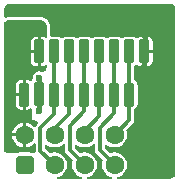
<source format=gtl>
G04 Layer_Physical_Order=1*
G04 Layer_Color=255*
%FSLAX44Y44*%
%MOMM*%
G71*
G01*
G75*
G04:AMPARAMS|DCode=10|XSize=0.9mm|YSize=2mm|CornerRadius=0.225mm|HoleSize=0mm|Usage=FLASHONLY|Rotation=0.000|XOffset=0mm|YOffset=0mm|HoleType=Round|Shape=RoundedRectangle|*
%AMROUNDEDRECTD10*
21,1,0.9000,1.5500,0,0,0.0*
21,1,0.4500,2.0000,0,0,0.0*
1,1,0.4500,0.2250,-0.7750*
1,1,0.4500,-0.2250,-0.7750*
1,1,0.4500,-0.2250,0.7750*
1,1,0.4500,0.2250,0.7750*
%
%ADD10ROUNDEDRECTD10*%
%ADD11C,0.4000*%
%ADD12C,0.3000*%
%ADD13C,1.6000*%
G04:AMPARAMS|DCode=14|XSize=1.6mm|YSize=1.6mm|CornerRadius=0.4mm|HoleSize=0mm|Usage=FLASHONLY|Rotation=0.000|XOffset=0mm|YOffset=0mm|HoleType=Round|Shape=RoundedRectangle|*
%AMROUNDEDRECTD14*
21,1,1.6000,0.8000,0,0,0.0*
21,1,0.8000,1.6000,0,0,0.0*
1,1,0.8000,0.4000,-0.4000*
1,1,0.8000,-0.4000,-0.4000*
1,1,0.8000,-0.4000,0.4000*
1,1,0.8000,0.4000,0.4000*
%
%ADD14ROUNDEDRECTD14*%
%ADD15C,0.6000*%
G36*
X146477Y152074D02*
X147701Y151257D01*
X148518Y150033D01*
X148798Y148627D01*
X148791Y148590D01*
Y8128D01*
X148798Y8091D01*
X148518Y6685D01*
X147701Y5461D01*
X146477Y4644D01*
X145071Y4364D01*
X145034Y4371D01*
X99926D01*
X99843Y5641D01*
X100541Y5733D01*
X103105Y6795D01*
X105307Y8485D01*
X106997Y10687D01*
X108059Y13250D01*
X108421Y16002D01*
X108059Y18753D01*
X106997Y21318D01*
X105307Y23519D01*
X103105Y25209D01*
X100541Y26271D01*
X97790Y26633D01*
X95039Y26271D01*
X93842Y25775D01*
X89463Y30154D01*
Y32941D01*
X90733Y33532D01*
X92475Y32195D01*
X95039Y31133D01*
X97790Y30771D01*
X100541Y31133D01*
X103105Y32195D01*
X105307Y33885D01*
X106997Y36086D01*
X108059Y38651D01*
X108421Y41402D01*
X108059Y44153D01*
X107563Y45350D01*
X113149Y50935D01*
X114042Y52272D01*
X114355Y53848D01*
Y63176D01*
X115939Y64235D01*
X116998Y65819D01*
X117370Y67688D01*
Y83188D01*
X116998Y85057D01*
X115939Y86641D01*
X114355Y87700D01*
Y99752D01*
X115778Y100702D01*
X116303Y100828D01*
X117221D01*
X117233Y100811D01*
X118817Y99752D01*
X120686Y99380D01*
X121666D01*
Y112014D01*
Y124648D01*
X120686D01*
X118817Y124276D01*
X117233Y123217D01*
X117221Y123200D01*
X115951D01*
X115939Y123217D01*
X114355Y124276D01*
X112486Y124648D01*
X107986D01*
X106117Y124276D01*
X104533Y123217D01*
X104521Y123200D01*
X103251D01*
X103239Y123217D01*
X101655Y124276D01*
X99786Y124648D01*
X95286D01*
X93417Y124276D01*
X91833Y123217D01*
X91821Y123200D01*
X90551D01*
X90539Y123217D01*
X88955Y124276D01*
X87086Y124648D01*
X82586D01*
X80717Y124276D01*
X79133Y123217D01*
X79121Y123200D01*
X77851D01*
X77839Y123217D01*
X76255Y124276D01*
X74386Y124648D01*
X69886D01*
X68017Y124276D01*
X66433Y123217D01*
X66421Y123200D01*
X65151D01*
X65139Y123217D01*
X63555Y124276D01*
X61686Y124648D01*
X57186D01*
X55317Y124276D01*
X53733Y123217D01*
X53721Y123200D01*
X52451D01*
X52439Y123217D01*
X50855Y124276D01*
X48986Y124648D01*
X44486D01*
X44465Y124644D01*
X43484Y125449D01*
Y132755D01*
X43434Y133006D01*
Y133261D01*
X43170Y134586D01*
X43073Y134821D01*
X43023Y135071D01*
X42506Y136320D01*
X42364Y136532D01*
X42267Y136767D01*
X41516Y137891D01*
X41336Y138071D01*
X41194Y138283D01*
X40239Y139238D01*
X40027Y139380D01*
X39846Y139560D01*
X38723Y140311D01*
X38488Y140408D01*
X38276Y140550D01*
X37027Y141067D01*
X36777Y141117D01*
X36542Y141214D01*
X35217Y141478D01*
X34962D01*
X34711Y141528D01*
X8698D01*
X8447Y141478D01*
X8192D01*
X6818Y141205D01*
X6583Y141107D01*
X6332Y141057D01*
X5641Y140771D01*
X4442Y141473D01*
X4371Y141585D01*
Y148590D01*
X4364Y148627D01*
X4644Y150033D01*
X5461Y151257D01*
X6685Y152074D01*
X8091Y152354D01*
X8128Y152347D01*
X145034D01*
X145071Y152354D01*
X146477Y152074D01*
D02*
G37*
G36*
X36036Y138674D02*
X37285Y138158D01*
X38408Y137407D01*
X39363Y136452D01*
X40114Y135329D01*
X40630Y134080D01*
X40894Y132755D01*
Y123775D01*
X40174Y123427D01*
X39624Y123294D01*
X38155Y124276D01*
X36286Y124648D01*
X35306D01*
Y112014D01*
Y99380D01*
X36286D01*
X38155Y99752D01*
X39624Y100733D01*
X40174Y100601D01*
X40894Y100253D01*
Y98710D01*
X40043Y96657D01*
X38471Y95085D01*
X36879Y94425D01*
X36198Y94881D01*
X34036Y95310D01*
X31874Y94881D01*
X30042Y93656D01*
X28817Y91824D01*
X28412Y89788D01*
X28014Y88826D01*
X27779Y87646D01*
X27049Y87196D01*
X26436Y87045D01*
X25455Y87700D01*
X23586Y88072D01*
X22606D01*
Y75438D01*
Y62804D01*
X23586D01*
X25455Y63176D01*
X26416Y63818D01*
X27686Y63139D01*
Y55880D01*
X27720Y55533D01*
X27986Y54892D01*
X28476Y54402D01*
X29117Y54136D01*
X29464Y54102D01*
X30222D01*
X31622Y53522D01*
X32694Y52450D01*
X33203Y51221D01*
X32037Y50055D01*
X31144Y48718D01*
X31086Y48426D01*
X29728Y48110D01*
X29107Y48919D01*
X26906Y50609D01*
X24341Y51671D01*
X22860Y51866D01*
Y41402D01*
Y30938D01*
X24341Y31133D01*
X26906Y32195D01*
X29107Y33885D01*
X29561Y34476D01*
X30831Y34045D01*
Y28042D01*
X31089Y26743D01*
X30851Y26505D01*
X28908Y25700D01*
X28888Y25715D01*
X27297Y26374D01*
X25590Y26598D01*
X17590D01*
X15883Y26374D01*
X14292Y25715D01*
X14213Y25654D01*
X7169D01*
X4929Y26582D01*
X4371Y27140D01*
Y136857D01*
X4864Y137350D01*
X6029Y138129D01*
X7323Y138665D01*
X8698Y138938D01*
X34711D01*
X36036Y138674D01*
D02*
G37*
G36*
X81225Y33626D02*
Y28448D01*
X81538Y26872D01*
X82431Y25535D01*
X88017Y19950D01*
X87521Y18753D01*
X87159Y16002D01*
X87521Y13250D01*
X88583Y10687D01*
X90273Y8485D01*
X92475Y6795D01*
X95039Y5733D01*
X95737Y5641D01*
X95654Y4371D01*
X74526D01*
X74443Y5641D01*
X75142Y5733D01*
X77705Y6795D01*
X79907Y8485D01*
X81597Y10687D01*
X82659Y13250D01*
X83021Y16002D01*
X82659Y18753D01*
X81597Y21318D01*
X79907Y23519D01*
X77705Y25209D01*
X75142Y26271D01*
X72390Y26633D01*
X69639Y26271D01*
X68442Y25775D01*
X64063Y30154D01*
Y32940D01*
X65333Y33532D01*
X67074Y32195D01*
X69639Y31133D01*
X72390Y30771D01*
X75142Y31133D01*
X77705Y32195D01*
X79907Y33885D01*
X80022Y34035D01*
X81225Y33626D01*
D02*
G37*
G36*
X55825Y33626D02*
Y28448D01*
X56138Y26872D01*
X57031Y25535D01*
X62617Y19950D01*
X62121Y18753D01*
X61759Y16002D01*
X62121Y13250D01*
X63183Y10687D01*
X64873Y8485D01*
X67074Y6795D01*
X69639Y5733D01*
X70337Y5641D01*
X70254Y4371D01*
X49126D01*
X49043Y5641D01*
X49742Y5733D01*
X52305Y6795D01*
X54507Y8485D01*
X56197Y10687D01*
X57259Y13250D01*
X57621Y16002D01*
X57259Y18753D01*
X56197Y21318D01*
X54507Y23519D01*
X52305Y25209D01*
X49742Y26271D01*
X46990Y26633D01*
X44239Y26271D01*
X43042Y25775D01*
X39069Y29748D01*
Y32594D01*
X40339Y33220D01*
X41674Y32195D01*
X44239Y31133D01*
X46990Y30771D01*
X49742Y31133D01*
X52305Y32195D01*
X54507Y33885D01*
X54622Y34035D01*
X55825Y33626D01*
D02*
G37*
%LPC*%
G36*
X125186Y124648D02*
X124206D01*
Y113284D01*
X130070D01*
Y119764D01*
X129698Y121633D01*
X128639Y123217D01*
X127055Y124276D01*
X125186Y124648D01*
D02*
G37*
G36*
X130070Y110744D02*
X124206D01*
Y99380D01*
X125186D01*
X127055Y99752D01*
X128639Y100811D01*
X129698Y102395D01*
X130070Y104264D01*
Y110744D01*
D02*
G37*
G36*
X32766Y124648D02*
X31786D01*
X29917Y124276D01*
X28333Y123217D01*
X27274Y121633D01*
X26902Y119764D01*
Y113284D01*
X32766D01*
Y124648D01*
D02*
G37*
G36*
Y110744D02*
X26902D01*
Y104264D01*
X27274Y102395D01*
X28333Y100811D01*
X29917Y99752D01*
X31786Y99380D01*
X32766D01*
Y110744D01*
D02*
G37*
G36*
X20066Y88072D02*
X19086D01*
X17217Y87700D01*
X15633Y86641D01*
X14574Y85057D01*
X14202Y83188D01*
Y76708D01*
X20066D01*
Y88072D01*
D02*
G37*
G36*
Y74168D02*
X14202D01*
Y67688D01*
X14574Y65819D01*
X15633Y64235D01*
X17217Y63176D01*
X19086Y62804D01*
X20066D01*
Y74168D01*
D02*
G37*
G36*
X20320Y51866D02*
X18838Y51671D01*
X16274Y50609D01*
X14073Y48919D01*
X12383Y46718D01*
X11321Y44153D01*
X11126Y42672D01*
X20320D01*
Y51866D01*
D02*
G37*
G36*
Y40132D02*
X11126D01*
X11321Y38651D01*
X12383Y36086D01*
X14073Y33885D01*
X16274Y32195D01*
X18838Y31133D01*
X20320Y30938D01*
Y40132D01*
D02*
G37*
%LPD*%
D10*
X110236Y75438D02*
D03*
X97536D02*
D03*
X84836D02*
D03*
X72136D02*
D03*
X59436D02*
D03*
X46736D02*
D03*
X33782Y75692D02*
D03*
X21336Y75438D02*
D03*
X122936Y112014D02*
D03*
X110236D02*
D03*
X97536D02*
D03*
X84836D02*
D03*
X72136D02*
D03*
X59436D02*
D03*
X46736D02*
D03*
X34036D02*
D03*
D11*
X122682Y97790D02*
Y111760D01*
X122936Y112014D01*
X123190Y112268D02*
Y125730D01*
X122936Y112014D02*
X123190Y112268D01*
X34036Y75946D02*
Y89662D01*
X33782Y75692D02*
X34036Y75946D01*
Y61722D02*
Y75438D01*
X33782Y75692D02*
X34036Y75438D01*
D12*
X46736Y58928D02*
Y75438D01*
X34950Y47142D02*
X46736Y58928D01*
X34950Y28042D02*
Y47142D01*
X33782Y75692D02*
X34036Y75438D01*
X34950Y28042D02*
X46990Y16002D01*
X110236Y53848D02*
Y75438D01*
X97790Y41402D02*
X110236Y53848D01*
X97536Y59690D02*
Y75438D01*
X85344Y47498D02*
X97536Y59690D01*
X85344Y28448D02*
Y47498D01*
Y28448D02*
X97790Y16002D01*
X59436Y59436D02*
Y75438D01*
X46990Y46990D02*
X59436Y59436D01*
X46990Y41402D02*
Y46990D01*
X84836Y57150D02*
Y75438D01*
X72390Y44704D02*
X84836Y57150D01*
X72390Y41402D02*
Y44704D01*
X72136Y61468D02*
Y75438D01*
X59944Y49276D02*
X72136Y61468D01*
X59944Y28448D02*
Y49276D01*
Y28448D02*
X72390Y16002D01*
X110236Y75438D02*
Y112014D01*
X97536Y75438D02*
Y112014D01*
X84836Y75438D02*
Y112014D01*
X72136Y75438D02*
Y112014D01*
X59436Y75438D02*
Y112014D01*
X46736Y75438D02*
Y112014D01*
D13*
X97790Y41402D02*
D03*
Y16002D02*
D03*
X72390D02*
D03*
Y41402D02*
D03*
X46990D02*
D03*
Y16002D02*
D03*
X21590Y41402D02*
D03*
D14*
X21590Y16002D02*
D03*
D15*
X143764Y102108D02*
D03*
X122682Y97790D02*
D03*
X123190Y125730D02*
D03*
X34036Y89662D02*
D03*
Y61722D02*
D03*
X113538Y29210D02*
D03*
X143764Y11176D02*
D03*
Y56642D02*
D03*
Y146304D02*
D03*
X77724D02*
D03*
X12446D02*
D03*
M02*

</source>
